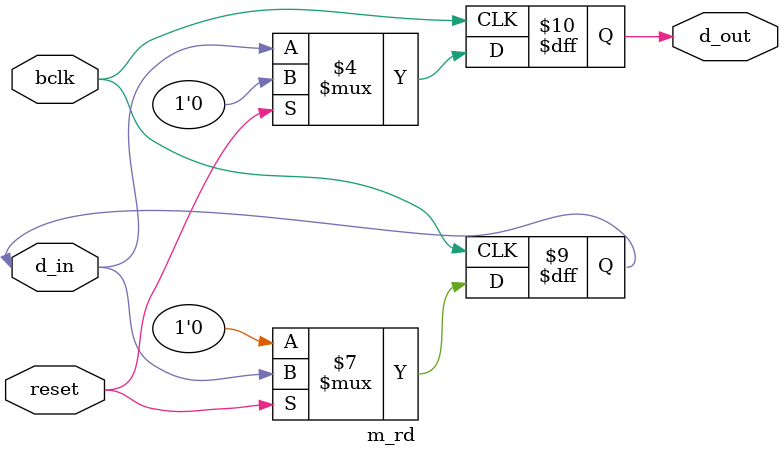
<source format=v>
module m_rd (reset,bclk,d_in,d_out);

	// Declaracion de variables

	input wire reset;
	input wire bclk;
	input wire d_in;
	output reg d_out;

	//Registro Audio

	always @(posedge bclk)
		begin
		  if (reset)
			begin
				d_out=0;
			end	
		  else
			begin
				d_in <= d_in << 1;
				d_out<= d_in;
			end
		end
endmodule

</source>
